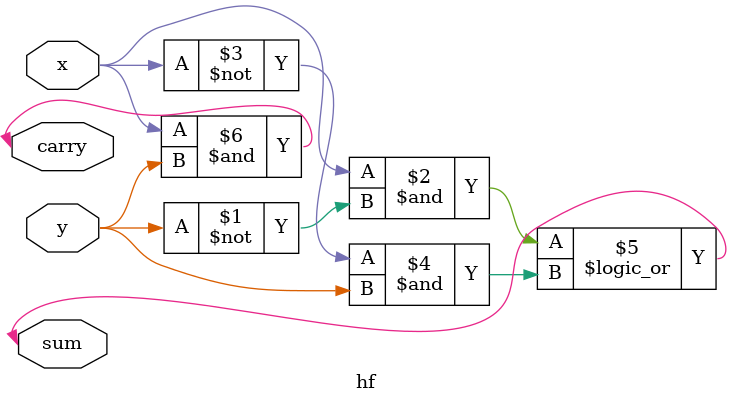
<source format=v>
module hf (x, y, sum, carry);
input x;
input y;
inout wire sum,carry;
assign sum = (x & ~y) || (~x & y);
assign carry = x & y;
endmodule

</source>
